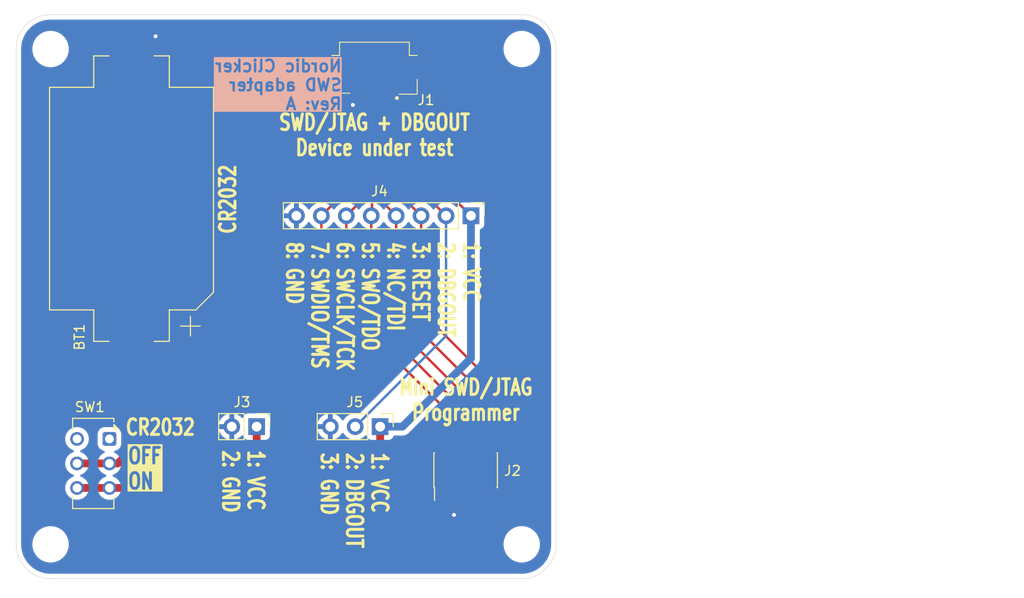
<source format=kicad_pcb>
(kicad_pcb (version 20241229) (generator "pcbnew") (generator_version "9.0")
  (layers (0 "F.Cu" signal) (2 "B.Cu" signal) (13 "F.Paste" user) (15 "B.Paste" user) (5 "F.SilkS" user "F.Silkscreen") (7 "B.SilkS" user "B.Silkscreen") (1 "F.Mask" user) (3 "B.Mask" user) (25 "Edge.Cuts" user))
  (net 0 "")
  (net 1 "GND")
  (net 2 "NC{slash}TDI")
  (net 3 "RESET")
  (net 4 "SWCLK{slash}TCK")
  (net 5 "SWO{slash}TDO")
  (net 6 "SWDIO{slash}TMS")
  (net 7 "DBGOUT")
  (net 8 "VCC")
  (net 12 "Net-(BT1-+)")
  (footprint "KiPLM_Footprints:Molex_505110-0892" (layer "F.Cu") (at 151 57.95 180)
    (property "Reference" "J1" (at -5.25 -3.25 0) (layer "F.SilkS"))
    (property "Value" "FFC_Prog_Conn" (hide yes))
    (fp_line (start 4.35 -2.55) (end 4.35 -1.15) (stroke (width 0.1)) (layer "F.SilkS"))
    (fp_line (start 3.55 2.65) (end 3.55 1.3) (stroke (width 0.1)) (layer "F.SilkS"))
    (fp_line (start 3.55 1.3) (end 4.35 1.3) (stroke (width 0.1)) (layer "F.SilkS"))
    (fp_line (start 2.5 -2.55) (end 4.35 -2.55) (stroke (width 0.1)) (layer "F.SilkS"))
    (fp_line (start -2.5 -2.65) (end -4.35 -2.65) (stroke (width 0.1)) (layer "F.SilkS"))
    (fp_line (start -3.55 2.65) (end 3.55 2.65) (stroke (width 0.1)) (layer "F.SilkS"))
    (fp_line (start -3.55 1.3) (end -3.55 2.65) (stroke (width 0.1)) (layer "F.SilkS"))
    (fp_line (start -4.35 1.3) (end -3.55 1.3) (stroke (width 0.1)) (layer "F.SilkS"))
    (fp_line (start -4.35 -2.65) (end -4.35 -1.15) (stroke (width 0.1)) (layer "F.SilkS"))
    (fp_circle (center -2.286 -3.048) (end -2.136 -3.048) (stroke (width 0.1)) (fill yes) (layer "F.SilkS"))
    (pad "1" smd rect (at -1.75 -2.55 180) (size 0.3 1) (layers "F.Cu" "F.Mask" "F.Paste") (net 8 "VCC"))
    (pad "2" smd rect (at -1.25 -2.55 180) (size 0.3 1) (layers "F.Cu" "F.Mask" "F.Paste") (net 7 "DBGOUT"))
    (pad "3" smd rect (at -0.75 -2.55 180) (size 0.3 1) (layers "F.Cu" "F.Mask" "F.Paste") (net 3 "RESET"))
    (pad "4" smd rect (at -0.25 -2.55 180) (size 0.3 1) (layers "F.Cu" "F.Mask" "F.Paste") (net 2 "NC{slash}TDI"))
    (pad "5" smd rect (at 0.25 -2.55 180) (size 0.3 1) (layers "F.Cu" "F.Mask" "F.Paste") (net 5 "SWO{slash}TDO"))
    (pad "6" smd rect (at 0.75 -2.55 180) (size 0.3 1) (layers "F.Cu" "F.Mask" "F.Paste") (net 4 "SWCLK{slash}TCK"))
    (pad "7" smd rect (at 1.25 -2.55 180) (size 0.3 1) (layers "F.Cu" "F.Mask" "F.Paste") (net 6 "SWDIO{slash}TMS"))
    (pad "8" smd rect (at 1.75 -2.55 180) (size 0.3 1) (layers "F.Cu" "F.Mask" "F.Paste") (net 1 "GND"))
    (pad "MP1" smd rect (at -4.05 0.15 270) (size 1.3 2) (layers "F.Cu" "F.Mask" "F.Paste"))
    (pad "MP2" smd rect (at 4.05 0.15 270) (size 1.3 2) (layers "F.Cu" "F.Mask" "F.Paste"))
  )
  (footprint "Battery:BatteryHolder_Keystone_1060_1x2032" (layer "F.Cu") (at 126.25 71.25 90)
    (property "Reference" "BT1" (at -14.125 -5.3 90) (layer "F.SilkS"))
    (property "Value" "Battery_Cell")
    (fp_line (start 11.35 -8.35) (end 11.35 -3.85) (stroke (width 0.12)) (layer "F.SilkS"))
    (fp_line (start -11.35 -8.35) (end 11.35 -8.35) (stroke (width 0.12)) (layer "F.SilkS"))
    (fp_line (start -11.35 -8.35) (end -11.35 -3.85) (stroke (width 0.12)) (layer "F.SilkS"))
    (fp_line (start 14.55 -3.85) (end 14.55 -2.3) (stroke (width 0.12)) (layer "F.SilkS"))
    (fp_line (start 11.35 -3.85) (end 14.55 -3.85) (stroke (width 0.12)) (layer "F.SilkS"))
    (fp_line (start -11.35 -3.85) (end -14.55 -3.85) (stroke (width 0.12)) (layer "F.SilkS"))
    (fp_line (start -14.55 -3.85) (end -14.55 -2.3) (stroke (width 0.12)) (layer "F.SilkS"))
    (fp_line (start 14.55 3.85) (end 14.55 2.3) (stroke (width 0.12)) (layer "F.SilkS"))
    (fp_line (start 11.35 3.85) (end 14.55 3.85) (stroke (width 0.12)) (layer "F.SilkS"))
    (fp_line (start -11.35 3.85) (end -14.55 3.85) (stroke (width 0.12)) (layer "F.SilkS"))
    (fp_line (start -14.55 3.85) (end -14.55 2.3) (stroke (width 0.12)) (layer "F.SilkS"))
    (fp_line (start -13 5) (end -13 7) (stroke (width 0.12)) (layer "F.SilkS"))
    (fp_line (start -12 6) (end -14 6) (stroke (width 0.12)) (layer "F.SilkS"))
    (fp_line (start -11.35 6.55) (end -11.35 3.85) (stroke (width 0.12)) (layer "F.SilkS"))
    (fp_line (start 11.35 8.35) (end 11.35 3.85) (stroke (width 0.12)) (layer "F.SilkS"))
    (fp_line (start 11.35 8.35) (end -9.55 8.35) (stroke (width 0.12)) (layer "F.SilkS"))
    (fp_line (start -9.55 8.35) (end -11.35 6.55) (stroke (width 0.12)) (layer "F.SilkS"))
    (pad "1" smd rect (at -14.65 0 270) (size 2.6 3.6) (layers "F.Cu" "F.Mask" "F.Paste") (net 12 "Net-(BT1-+)"))
    (pad "2" smd rect (at 14.65 0 270) (size 2.6 3.6) (layers "F.Cu" "F.Mask" "F.Paste") (net 1 "GND"))
  )
  (footprint "MountingHole:MountingHole_3.2mm_M3" (layer "F.Cu") (at 166 106.5)
    (property "Reference" "H4" (hide yes))
    (property "Value" "MountingHole")
    (pad "" np_thru_hole circle (at 0 0) (size 3.2 3.2) (drill 3.2) (layers "*.Cu" "*.Mask"))
  )
  (footprint "Connector_PinHeader_2.54mm:PinHeader_1x03_P2.54mm_Vertical" (layer "F.Cu") (at 151.58 94.5 -90)
    (property "Reference" "J5" (at -2.5 2.58 0) (layer "F.SilkS"))
    (property "Value" "Conn_01x03")
    (fp_line (start -1.33 6.41) (end 1.33 6.41) (stroke (width 0.12)) (layer "F.SilkS"))
    (fp_line (start -1.33 1.27) (end -1.33 6.41) (stroke (width 0.12)) (layer "F.SilkS"))
    (fp_line (start -1.33 1.27) (end 1.33 1.27) (stroke (width 0.12)) (layer "F.SilkS"))
    (fp_line (start 1.33 1.27) (end 1.33 6.41) (stroke (width 0.12)) (layer "F.SilkS"))
    (fp_line (start -1.33 0) (end -1.33 -1.33) (stroke (width 0.12)) (layer "F.SilkS"))
    (fp_line (start -1.33 -1.33) (end 0 -1.33) (stroke (width 0.12)) (layer "F.SilkS"))
    (pad "1" thru_hole rect (at 0 0 270) (size 1.7 1.7) (drill 1) (layers "*.Cu" "*.Mask") (net 8 "VCC"))
    (pad "2" thru_hole oval (at 0 2.54 270) (size 1.7 1.7) (drill 1) (layers "*.Cu" "*.Mask") (net 7 "DBGOUT"))
    (pad "3" thru_hole oval (at 0 5.08 270) (size 1.7 1.7) (drill 1) (layers "*.Cu" "*.Mask") (net 1 "GND"))
  )
  (footprint "MountingHole:MountingHole_3.2mm_M3" (layer "F.Cu") (at 118 56)
    (property "Reference" "H1" (hide yes))
    (property "Value" "MountingHole")
    (pad "" np_thru_hole circle (at 0 0) (size 3.2 3.2) (drill 3.2) (layers "*.Cu" "*.Mask"))
  )
  (footprint "MountingHole:MountingHole_3.2mm_M3" (layer "F.Cu") (at 166 56)
    (property "Reference" "H2" (hide yes))
    (property "Value" "MountingHole")
    (pad "" np_thru_hole circle (at 0 0) (size 3.2 3.2) (drill 3.2) (layers "*.Cu" "*.Mask"))
  )
  (footprint "Button_Switch_THT:SW_CK_JS202011CQN_DPDT_Straight" (layer "F.Cu") (at 124 95.75 -90)
    (property "Reference" "SW1" (at -3.25 2 180) (layer "F.SilkS"))
    (property "Value" "SW_Slide_DPDT")
    (fp_line (start -2.1 3.75) (end -0.9 3.75) (stroke (width 0.12)) (layer "F.SilkS"))
    (fp_line (start 7.1 3.75) (end 5.9 3.75) (stroke (width 0.12)) (layer "F.SilkS"))
    (fp_line (start -2.1 -0.45) (end -2.1 3.75) (stroke (width 0.12)) (layer "F.SilkS"))
    (fp_line (start -1.75 -0.45) (end -2.1 -0.45) (stroke (width 0.12)) (layer "F.SilkS"))
    (fp_line (start 5.9 -0.45) (end 7.1 -0.45) (stroke (width 0.12)) (layer "F.SilkS"))
    (fp_line (start 7.1 -0.45) (end 7.1 3.75) (stroke (width 0.12)) (layer "F.SilkS"))
    (fp_poly (pts (xy -1 -0.45) (xy -1.48 -0.45) (xy -1 -0.93) (xy -1 -0.45)) (stroke (width 0.12)) (fill yes) (layer "F.SilkS"))
    (pad "1" thru_hole roundrect (at 0 0 270) (size 1.4 1.4) (drill 0.9) (layers "*.Cu" "*.Mask") (roundrect_rratio 0.1785714286))
    (pad "2" thru_hole circle (at 2.5 0 270) (size 1.4 1.4) (drill 0.9) (layers "*.Cu" "*.Mask") (net 12 "Net-(BT1-+)"))
    (pad "3" thru_hole circle (at 5 0 270) (size 1.4 1.4) (drill 0.9) (layers "*.Cu" "*.Mask") (net 8 "VCC"))
    (pad "4" thru_hole circle (at 5 3.3 270) (size 1.4 1.4) (drill 0.9) (layers "*.Cu" "*.Mask") (net 8 "VCC"))
    (pad "5" thru_hole circle (at 2.5 3.3 270) (size 1.4 1.4) (drill 0.9) (layers "*.Cu" "*.Mask") (net 12 "Net-(BT1-+)"))
    (pad "6" thru_hole circle (at 0 3.3 270) (size 1.4 1.4) (drill 0.9) (layers "*.Cu" "*.Mask"))
  )
  (footprint "Connector_PinHeader_2.54mm:PinHeader_1x02_P2.54mm_Vertical" (layer "F.Cu") (at 139 94.5 -90)
    (property "Reference" "J3" (at -2.5 1.5 180) (layer "F.SilkS"))
    (property "Value" "Conn_01x02")
    (fp_line (start -1.33 3.87) (end 1.33 3.87) (stroke (width 0.12)) (layer "F.SilkS"))
    (fp_line (start -1.33 1.27) (end -1.33 3.87) (stroke (width 0.12)) (layer "F.SilkS"))
    (fp_line (start -1.33 1.27) (end 1.33 1.27) (stroke (width 0.12)) (layer "F.SilkS"))
    (fp_line (start 1.33 1.27) (end 1.33 3.87) (stroke (width 0.12)) (layer "F.SilkS"))
    (fp_line (start -1.33 0) (end -1.33 -1.33) (stroke (width 0.12)) (layer "F.SilkS"))
    (fp_line (start -1.33 -1.33) (end 0 -1.33) (stroke (width 0.12)) (layer "F.SilkS"))
    (pad "1" thru_hole rect (at 0 0 270) (size 1.7 1.7) (drill 1) (layers "*.Cu" "*.Mask") (net 8 "VCC"))
    (pad "2" thru_hole oval (at 0 2.54 270) (size 1.7 1.7) (drill 1) (layers "*.Cu" "*.Mask") (net 1 "GND"))
  )
  (footprint "Connector_PinHeader_2.54mm:PinHeader_1x08_P2.54mm_Vertical" (layer "F.Cu") (at 160.83 73 -90)
    (property "Reference" "J4" (at -2.5 9.33 180) (layer "F.SilkS"))
    (property "Value" "Conn_01x08")
    (fp_line (start -1.33 19.11) (end 1.33 19.11) (stroke (width 0.12)) (layer "F.SilkS"))
    (fp_line (start -1.33 1.27) (end -1.33 19.11) (stroke (width 0.12)) (layer "F.SilkS"))
    (fp_line (start -1.33 1.27) (end 1.33 1.27) (stroke (width 0.12)) (layer "F.SilkS"))
    (fp_line (start 1.33 1.27) (end 1.33 19.11) (stroke (width 0.12)) (layer "F.SilkS"))
    (fp_line (start -1.33 0) (end -1.33 -1.33) (stroke (width 0.12)) (layer "F.SilkS"))
    (fp_line (start -1.33 -1.33) (end 0 -1.33) (stroke (width 0.12)) (layer "F.SilkS"))
    (pad "1" thru_hole rect (at 0 0 270) (size 1.7 1.7) (drill 1) (layers "*.Cu" "*.Mask") (net 8 "VCC"))
    (pad "2" thru_hole oval (at 0 2.54 270) (size 1.7 1.7) (drill 1) (layers "*.Cu" "*.Mask") (net 7 "DBGOUT"))
    (pad "3" thru_hole oval (at 0 5.08 270) (size 1.7 1.7) (drill 1) (layers "*.Cu" "*.Mask") (net 3 "RESET"))
    (pad "4" thru_hole oval (at 0 7.62 270) (size 1.7 1.7) (drill 1) (layers "*.Cu" "*.Mask") (net 2 "NC{slash}TDI"))
    (pad "5" thru_hole oval (at 0 10.16 270) (size 1.7 1.7) (drill 1) (layers "*.Cu" "*.Mask") (net 5 "SWO{slash}TDO"))
    (pad "6" thru_hole oval (at 0 12.7 270) (size 1.7 1.7) (drill 1) (layers "*.Cu" "*.Mask") (net 4 "SWCLK{slash}TCK"))
    (pad "7" thru_hole oval (at 0 15.24 270) (size 1.7 1.7) (drill 1) (layers "*.Cu" "*.Mask") (net 6 "SWDIO{slash}TMS"))
    (pad "8" thru_hole oval (at 0 17.78 270) (size 1.7 1.7) (drill 1) (layers "*.Cu" "*.Mask") (net 1 "GND"))
  )
  (footprint "MountingHole:MountingHole_3.2mm_M3" (layer "F.Cu") (at 118 106.5)
    (property "Reference" "H3" (hide yes))
    (property "Value" "MountingHole")
    (pad "" np_thru_hole circle (at 0 0) (size 3.2 3.2) (drill 3.2) (layers "*.Cu" "*.Mask"))
  )
  (footprint "Connector_PinHeader_1.27mm:PinHeader_2x05_P1.27mm_Vertical_SMD" (layer "F.Cu") (at 160.29 98.95 90)
    (property "Reference" "J2" (at -0.05 4.77 180) (layer "F.SilkS"))
    (property "Value" "Conn_ARM_JTAG_SWD_10")
    (fp_line (start 1.765 -3.235) (end 1.765 -3.17) (stroke (width 0.12)) (layer "F.SilkS"))
    (fp_line (start -1.765 -3.235) (end 1.765 -3.235) (stroke (width 0.12)) (layer "F.SilkS"))
    (fp_line (start -1.765 -3.235) (end -1.765 -3.17) (stroke (width 0.12)) (layer "F.SilkS"))
    (fp_line (start -3.09 -3.17) (end -1.765 -3.17) (stroke (width 0.12)) (layer "F.SilkS"))
    (fp_line (start 1.765 3.17) (end 1.765 3.235) (stroke (width 0.12)) (layer "F.SilkS"))
    (fp_line (start -1.765 3.17) (end -1.765 3.235) (stroke (width 0.12)) (layer "F.SilkS"))
    (fp_line (start -1.765 3.235) (end 1.765 3.235) (stroke (width 0.12)) (layer "F.SilkS"))
    (pad "1" smd rect (at -1.95 -2.54 90) (size 2.4 0.74) (layers "F.Cu" "F.Mask" "F.Paste") (net 8 "VCC"))
    (pad "2" smd rect (at 1.95 -2.54 90) (size 2.4 0.74) (layers "F.Cu" "F.Mask" "F.Paste") (net 6 "SWDIO{slash}TMS"))
    (pad "3" smd rect (at -1.95 -1.27 90) (size 2.4 0.74) (layers "F.Cu" "F.Mask" "F.Paste") (net 1 "GND"))
    (pad "4" smd rect (at 1.95 -1.27 90) (size 2.4 0.74) (layers "F.Cu" "F.Mask" "F.Paste") (net 4 "SWCLK{slash}TCK"))
    (pad "5" smd rect (at -1.95 0 90) (size 2.4 0.74) (layers "F.Cu" "F.Mask" "F.Paste") (net 1 "GND"))
    (pad "6" smd rect (at 1.95 0 90) (size 2.4 0.74) (layers "F.Cu" "F.Mask" "F.Paste") (net 5 "SWO{slash}TDO"))
    (pad "7" smd rect (at -1.95 1.27 90) (size 2.4 0.74) (layers "F.Cu" "F.Mask" "F.Paste"))
    (pad "8" smd rect (at 1.95 1.27 90) (size 2.4 0.74) (layers "F.Cu" "F.Mask" "F.Paste") (net 2 "NC{slash}TDI"))
    (pad "9" smd rect (at -1.95 2.54 90) (size 2.4 0.74) (layers "F.Cu" "F.Mask" "F.Paste") (net 1 "GND"))
    (pad "10" smd rect (at 1.95 2.54 90) (size 2.4 0.74) (layers "F.Cu" "F.Mask" "F.Paste") (net 3 "RESET"))
  )
  (gr_line (start 166 110) (end 118 110) (stroke (width 0.05)) (layer "Edge.Cuts"))
  (gr_arc (start 166 52.5) (mid 168.474874 53.525126) (end 169.5 56) (stroke (width 0.05)) (layer "Edge.Cuts"))
  (gr_line (start 114.5 106.5) (end 114.5 56) (stroke (width 0.05)) (layer "Edge.Cuts"))
  (gr_line (start 169.5 56) (end 169.5 106.5) (stroke (width 0.05)) (layer "Edge.Cuts"))
  (gr_arc (start 118 110) (mid 115.525126 108.974874) (end 114.5 106.5) (stroke (width 0.05)) (layer "Edge.Cuts"))
  (gr_arc (start 114.5 56) (mid 115.525126 53.525126) (end 118 52.5) (stroke (width 0.05)) (layer "Edge.Cuts"))
  (gr_arc (start 169.5 106.5) (mid 168.474874 108.974874) (end 166 110) (stroke (width 0.05)) (layer "Edge.Cuts"))
  (gr_line (start 118 52.5) (end 166 52.5) (stroke (width 0.05)) (layer "Edge.Cuts"))
  (gr_text "Mini SWD/JTAG\nProgrammer" (at 160.31 94 0) (layer "F.SilkS") (effects (font (size 1.6 1.2) (thickness 0.3) (bold yes)) (justify bottom)))
  (gr_text "1: VCC\n2: GND" (at 135.399545 96.75 270) (layer "F.SilkS") (effects (font (size 1.6 1.2) (thickness 0.3) (bold yes)) (justify left bottom)))
  (gr_text "1: VCC\n2: DBGOUT\n3: RESET\n4: NC/TDI\n5: SWO/TDO\n6: SWCLK/TCK\n7: SWDIO/TMS\n8: GND" (at 141.901814 75.5 270) (layer "F.SilkS") (effects (font (size 1.6 1.2) (thickness 0.3) (bold yes)) (justify left bottom)))
  (gr_text "1: VCC\n2: DBGOUT\n3: GND" (at 145.44159 97 270) (layer "F.SilkS") (effects (font (size 1.6 1.2) (thickness 0.3) (bold yes)) (justify left bottom)))
  (gr_text "CR2032" (at 137 75 90) (layer "F.SilkS") (effects (font (size 1.6 1.2) (thickness 0.3) (bold yes)) (justify left bottom)))
  (gr_text "CR2032" (at 125.5 95.5 0) (layer "F.SilkS") (effects (font (size 1.6 1.2) (thickness 0.3) (bold yes)) (justify left bottom)))
  (gr_text "OFF\nON" (at 125.75 101 0) (layer "F.SilkS" knockout) (effects (font (size 1.6 1.2) (thickness 0.3) (bold yes)) (justify left bottom)))
  (gr_text "SWD/JTAG + DBGOUT\nDevice under test" (at 151 67 0) (layer "F.SilkS") (effects (font (size 1.6 1.2) (thickness 0.3) (bold yes)) (justify bottom)))
  (gr_text "Nordic Clicker\nSWD adapter\nRev: A" (at 147.8 62.3 0) (layer "B.SilkS" knockout) (effects (font (size 1.2 1.2) (thickness 0.25) (bold yes)) (justify left bottom mirror)))
  (segment (start 160.29 100.9) (end 160.29 103.49) (width 0.25) (layer "F.Cu") (net 1))
  (segment (start 159.02 103.42) (end 159.1 103.5) (width 0.25) (layer "F.Cu") (net 1))
  (segment (start 126.8 56.6) (end 128.7 54.7) (width 0.8) (layer "F.Cu") (net 1))
  (segment (start 162.2 103.5) (end 160.3 103.5) (width 0.25) (layer "F.Cu") (net 1))
  (segment (start 160.29 103.49) (end 160.3 103.5) (width 0.25) (layer "F.Cu") (net 1))
  (segment (start 149.25 61.25) (end 148.8 61.7) (width 0.25) (layer "F.Cu") (net 1))
  (segment (start 160.3 103.5) (end 159.1 103.5) (width 0.25) (layer "F.Cu") (net 1))
  (segment (start 162.83 102.87) (end 162.2 103.5) (width 0.25) (layer "F.Cu") (net 1))
  (segment (start 149.25 60.5) (end 149.25 61.25) (width 0.25) (layer "F.Cu") (net 1))
  (segment (start 159 103.5) (end 159.1 103.5) (width 0.25) (layer "F.Cu") (net 1))
  (segment (start 162.83 100.9) (end 162.83 102.87) (width 0.25) (layer "F.Cu") (net 1))
  (segment (start 126.25 56.6) (end 126.8 56.6) (width 0.25) (layer "F.Cu") (net 1))
  (segment (start 159.02 100.9) (end 159.02 103.42) (width 0.25) (layer "F.Cu") (net 1))
  (via (at 128.7 54.7) (size 0.8) (drill 0.4) (layers "F.Cu" "B.Cu") (net 1))
  (via (at 148.8 61.7) (size 0.8) (drill 0.4) (layers "F.Cu" "B.Cu") (net 1))
  (via (at 159.1 103.5) (size 0.8) (drill 0.4) (layers "F.Cu" "B.Cu") (net 1))
  (segment (start 153.21 82.31) (end 161.56 90.66) (width 0.25) (layer "F.Cu") (net 2))
  (segment (start 153.21 73) (end 153.21 82.31) (width 0.25) (layer "F.Cu") (net 2))
  (segment (start 161.56 90.66) (end 161.56 97) (width 0.25) (layer "F.Cu") (net 2))
  (segment (start 151.25 60.5) (end 151.25 71.04) (width 0.25) (layer "F.Cu") (net 2))
  (segment (start 151.25 71.04) (end 153.21 73) (width 0.25) (layer "F.Cu") (net 2))
  (segment (start 155.75 82.75) (end 162.8 89.8) (width 0.25) (layer "F.Cu") (net 3))
  (segment (start 162.8 90.1) (end 162.83 90.13) (width 0.25) (layer "F.Cu") (net 3))
  (segment (start 151.75 60.5) (end 151.75 69) (width 0.25) (layer "F.Cu") (net 3))
  (segment (start 151.75 69) (end 155.75 73) (width 0.25) (layer "F.Cu") (net 3))
  (segment (start 155.75 73) (end 155.75 82.75) (width 0.25) (layer "F.Cu") (net 3))
  (segment (start 162.83 90.13) (end 162.83 97) (width 0.25) (layer "F.Cu") (net 3))
  (segment (start 162.8 89.8) (end 162.8 90.1) (width 0.25) (layer "F.Cu") (net 3))
  (segment (start 150.25 70.88) (end 148.13 73) (width 0.25) (layer "F.Cu") (net 4))
  (segment (start 150.25 60.5) (end 150.25 70.88) (width 0.25) (layer "F.Cu") (net 4))
  (segment (start 159.02 91.72) (end 159.02 97) (width 0.25) (layer "F.Cu") (net 4))
  (segment (start 148.13 80.83) (end 159.02 91.72) (width 0.25) (layer "F.Cu") (net 4))
  (segment (start 148.13 73) (end 148.13 80.83) (width 0.25) (layer "F.Cu") (net 4))
  (segment (start 150.75 60.5) (end 150.75 72.92) (width 0.25) (layer "F.Cu") (net 5))
  (segment (start 150.67 81.77) (end 160.29 91.39) (width 0.25) (layer "F.Cu") (net 5))
  (segment (start 150.67 73) (end 150.67 81.77) (width 0.25) (layer "F.Cu") (net 5))
  (segment (start 160.29 91.39) (end 160.29 97) (width 0.25) (layer "F.Cu") (net 5))
  (segment (start 150.75 72.92) (end 150.67 73) (width 0.25) (layer "F.Cu") (net 5))
  (segment (start 149.75 60.5) (end 149.75 68.84) (width 0.25) (layer "F.Cu") (net 6))
  (segment (start 149.75 68.84) (end 145.59 73) (width 0.25) (layer "F.Cu") (net 6))
  (segment (start 145.59 73) (end 145.59 80.09) (width 0.25) (layer "F.Cu") (net 6))
  (segment (start 145.59 80.09) (end 157.75 92.25) (width 0.25) (layer "F.Cu") (net 6))
  (segment (start 157.75 92.25) (end 157.75 97) (width 0.25) (layer "F.Cu") (net 6))
  (segment (start 152.25 60.5) (end 152.25 66.96) (width 0.25) (layer "F.Cu") (net 7))
  (segment (start 152.25 66.96) (end 158.29 73) (width 0.25) (layer "F.Cu") (net 7))
  (segment (start 158.29 85.25) (end 149.04 94.5) (width 0.25) (layer "B.Cu") (net 7))
  (segment (start 158.29 73) (end 158.29 85.25) (width 0.25) (layer "B.Cu") (net 7))
  (segment (start 139 94.5) (end 139 100.75) (width 0.8) (layer "F.Cu") (net 8))
  (segment (start 151.58 100.73) (end 151.6 100.75) (width 0.8) (layer "F.Cu") (net 8))
  (segment (start 152.75 60.5) (end 152.75 64.92) (width 0.25) (layer "F.Cu") (net 8))
  (segment (start 151.6 100.75) (end 157.6 100.75) (width 0.8) (layer "F.Cu") (net 8))
  (segment (start 152.75 64.92) (end 160.83 73) (width 0.25) (layer "F.Cu") (net 8))
  (segment (start 124 100.75) (end 139 100.75) (width 0.8) (layer "F.Cu") (net 8))
  (segment (start 139 100.75) (end 151.6 100.75) (width 0.8) (layer "F.Cu") (net 8))
  (segment (start 151.58 94.5) (end 151.58 100.73) (width 0.8) (layer "F.Cu") (net 8))
  (segment (start 120.7 100.75) (end 124 100.75) (width 0.8) (layer "F.Cu") (net 8))
  (segment (start 151.58 94.5) (end 153.85 94.5) (width 0.8) (layer "B.Cu") (net 8))
  (segment (start 160.83 87.52) (end 160.83 73) (width 0.8) (layer "B.Cu") (net 8))
  (segment (start 153.85 94.5) (end 160.83 87.52) (width 0.8) (layer "B.Cu") (net 8))
  (segment (start 126.25 96.85) (end 124.85 98.25) (width 0.8) (layer "F.Cu") (net 12))
  (segment (start 124 98.25) (end 120.7 98.25) (width 0.8) (layer "F.Cu") (net 12))
  (segment (start 124.85 98.25) (end 124 98.25) (width 0.8) (layer "F.Cu") (net 12))
  (segment (start 126.25 85.9) (end 126.25 96.85) (width 0.8) (layer "F.Cu") (net 12))
  (zone (net 1) (net_name "GND") (layer "B.Cu") (connect_pads (clearance 0.5)) (min_thickness 0.25) (fill yes (thermal_gap 0.5) (thermal_bridge_width 0.5))
    (polygon (pts (xy 113 51) (xy 171 51) (xy 171 112) (xy 113 112)))
  )
)
</source>
